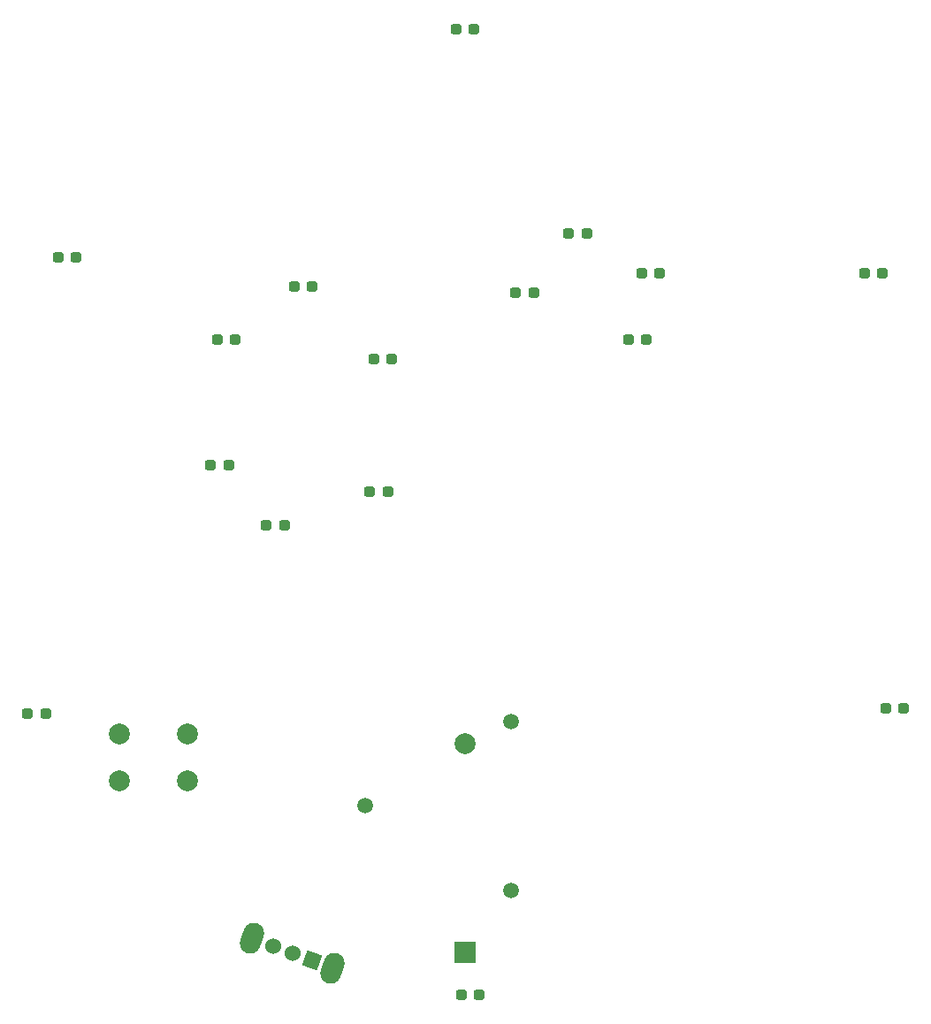
<source format=gts>
%TF.GenerationSoftware,KiCad,Pcbnew,6.0.1+dfsg-1*%
%TF.CreationDate,2022-01-25T10:44:25+01:00*%
%TF.ProjectId,DTimponator-badge,4454696d-706f-46e6-9174-6f722d626164,2.0*%
%TF.SameCoordinates,Original*%
%TF.FileFunction,Soldermask,Top*%
%TF.FilePolarity,Negative*%
%FSLAX46Y46*%
G04 Gerber Fmt 4.6, Leading zero omitted, Abs format (unit mm)*
G04 Created by KiCad (PCBNEW 6.0.1+dfsg-1) date 2022-01-25 10:44:25*
%MOMM*%
%LPD*%
G01*
G04 APERTURE LIST*
G04 Aperture macros list*
%AMRoundRect*
0 Rectangle with rounded corners*
0 $1 Rounding radius*
0 $2 $3 $4 $5 $6 $7 $8 $9 X,Y pos of 4 corners*
0 Add a 4 corners polygon primitive as box body*
4,1,4,$2,$3,$4,$5,$6,$7,$8,$9,$2,$3,0*
0 Add four circle primitives for the rounded corners*
1,1,$1+$1,$2,$3*
1,1,$1+$1,$4,$5*
1,1,$1+$1,$6,$7*
1,1,$1+$1,$8,$9*
0 Add four rect primitives between the rounded corners*
20,1,$1+$1,$2,$3,$4,$5,0*
20,1,$1+$1,$4,$5,$6,$7,0*
20,1,$1+$1,$6,$7,$8,$9,0*
20,1,$1+$1,$8,$9,$2,$3,0*%
%AMHorizOval*
0 Thick line with rounded ends*
0 $1 width*
0 $2 $3 position (X,Y) of the first rounded end (center of the circle)*
0 $4 $5 position (X,Y) of the second rounded end (center of the circle)*
0 Add line between two ends*
20,1,$1,$2,$3,$4,$5,0*
0 Add two circle primitives to create the rounded ends*
1,1,$1,$2,$3*
1,1,$1,$4,$5*%
%AMRotRect*
0 Rectangle, with rotation*
0 The origin of the aperture is its center*
0 $1 length*
0 $2 width*
0 $3 Rotation angle, in degrees counterclockwise*
0 Add horizontal line*
21,1,$1,$2,0,0,$3*%
G04 Aperture macros list end*
%ADD10RoundRect,0.237500X-0.287500X-0.237500X0.287500X-0.237500X0.287500X0.237500X-0.287500X0.237500X0*%
%ADD11RoundRect,0.237500X0.287500X0.237500X-0.287500X0.237500X-0.287500X-0.237500X0.287500X-0.237500X0*%
%ADD12C,2.000000*%
%ADD13C,1.500000*%
%ADD14R,2.000000X2.000000*%
%ADD15HorizOval,2.000000X0.171010X0.469846X-0.171010X-0.469846X0*%
%ADD16RotRect,1.524000X1.524000X160.000000*%
%ADD17C,1.524000*%
G04 APERTURE END LIST*
D10*
X115965000Y-64516000D03*
X117715000Y-64516000D03*
D11*
X156323000Y-135128000D03*
X154573000Y-135128000D03*
D10*
X170575000Y-72390000D03*
X172325000Y-72390000D03*
D11*
X194931000Y-66040000D03*
X193181000Y-66040000D03*
D10*
X131205000Y-72390000D03*
X132955000Y-72390000D03*
X138585000Y-67310000D03*
X140335000Y-67310000D03*
X171845000Y-66040000D03*
X173595000Y-66040000D03*
X195213000Y-107696000D03*
X196963000Y-107696000D03*
X154065000Y-42672000D03*
X155815000Y-42672000D03*
X164860000Y-62230000D03*
X166610000Y-62230000D03*
X145810000Y-86995000D03*
X147560000Y-86995000D03*
X146205000Y-74295000D03*
X147955000Y-74295000D03*
X130570000Y-84455000D03*
X132320000Y-84455000D03*
D11*
X114808000Y-108204000D03*
X113058000Y-108204000D03*
D10*
X159780000Y-67945000D03*
X161530000Y-67945000D03*
X135890000Y-90170000D03*
X137640000Y-90170000D03*
D12*
X121845000Y-114645000D03*
X128345000Y-114645000D03*
X128345000Y-110145000D03*
X121845000Y-110145000D03*
D13*
X159339999Y-108966001D03*
X145339999Y-117066001D03*
X159339999Y-125166001D03*
D14*
X154939999Y-131066001D03*
D12*
X154939999Y-111066001D03*
D15*
X134577260Y-129762971D03*
X142282740Y-132567537D03*
D16*
X140309385Y-131849294D03*
D17*
X138430000Y-131165254D03*
X136550615Y-130481214D03*
M02*

</source>
